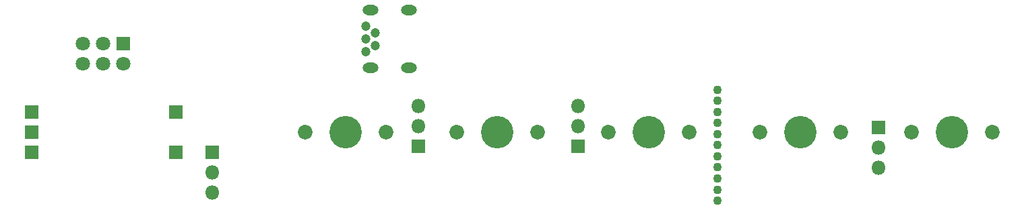
<source format=gbr>
%TF.GenerationSoftware,KiCad,Pcbnew,(5.1.6)-1*%
%TF.CreationDate,2021-04-28T13:43:36-05:00*%
%TF.ProjectId,Pikatea Macropad GB3,50696b61-7465-4612-904d-6163726f7061,rev?*%
%TF.SameCoordinates,Original*%
%TF.FileFunction,Soldermask,Bot*%
%TF.FilePolarity,Negative*%
%FSLAX46Y46*%
G04 Gerber Fmt 4.6, Leading zero omitted, Abs format (unit mm)*
G04 Created by KiCad (PCBNEW (5.1.6)-1) date 2021-04-28 13:43:36*
%MOMM*%
%LPD*%
G01*
G04 APERTURE LIST*
%ADD10C,1.800000*%
%ADD11R,1.800000X1.800000*%
%ADD12O,1.800000X1.800000*%
%ADD13C,1.100000*%
%ADD14C,1.850000*%
%ADD15C,4.087800*%
%ADD16O,2.000000X1.300000*%
%ADD17C,1.200000*%
G04 APERTURE END LIST*
D10*
%TO.C,J1*%
X97810000Y-96240000D03*
X97810000Y-93700000D03*
X100350000Y-96240000D03*
X100350000Y-93700000D03*
X102890000Y-96240000D03*
D11*
X102890000Y-93700000D03*
%TD*%
D12*
%TO.C,J7*%
X160000000Y-101620000D03*
X160000000Y-104160000D03*
D11*
X160000000Y-106700000D03*
%TD*%
D12*
%TO.C,J3*%
X140000000Y-101620000D03*
X140000000Y-104160000D03*
D11*
X140000000Y-106700000D03*
%TD*%
D13*
%TO.C,J6*%
X177580000Y-113550000D03*
X177580000Y-112150000D03*
X177580000Y-110750000D03*
X177580000Y-109350000D03*
X177580000Y-107950000D03*
X177580000Y-103750000D03*
X177580000Y-105150000D03*
X177580000Y-106550000D03*
X177580000Y-102350000D03*
X177580000Y-100950000D03*
X177580000Y-99550000D03*
%TD*%
D14*
%TO.C,MX5*%
X212130000Y-104920000D03*
X201970000Y-104920000D03*
D15*
X207050000Y-104920000D03*
%TD*%
D14*
%TO.C,MX4*%
X193080000Y-104920000D03*
X182920000Y-104920000D03*
D15*
X188000000Y-104920000D03*
%TD*%
D14*
%TO.C,MX3*%
X174030000Y-104920000D03*
X163870000Y-104920000D03*
D15*
X168950000Y-104920000D03*
%TD*%
D14*
%TO.C,MX2*%
X154980000Y-104920000D03*
X144820000Y-104920000D03*
D15*
X149900000Y-104920000D03*
%TD*%
D14*
%TO.C,MX1*%
X135930000Y-104920000D03*
X125770000Y-104920000D03*
D15*
X130850000Y-104920000D03*
%TD*%
D16*
%TO.C,J2*%
X133960000Y-89510000D03*
X133960000Y-96810000D03*
D17*
X133360000Y-94760000D03*
X134560000Y-93960000D03*
X133360000Y-93160000D03*
X134560000Y-92360000D03*
X133360000Y-91560000D03*
D16*
X138780000Y-96810000D03*
X138780000Y-89510000D03*
%TD*%
D12*
%TO.C,J4*%
X114046000Y-112522000D03*
X114046000Y-109982000D03*
D11*
X114046000Y-107442000D03*
%TD*%
D12*
%TO.C,J5*%
X197760000Y-109390000D03*
X197760000Y-106850000D03*
D11*
X197760000Y-104310000D03*
%TD*%
%TO.C,SW2*%
X109450000Y-102360000D03*
X109450000Y-107440000D03*
X91350000Y-104900000D03*
X91350000Y-102360000D03*
X91350000Y-107440000D03*
%TD*%
M02*

</source>
